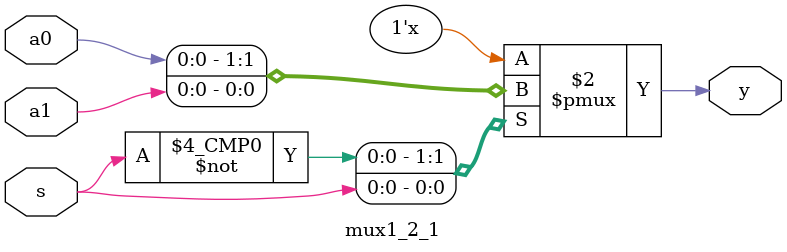
<source format=v>
`timescale 1ns / 1ps
module mux1_2_1(a0,a1,s,y
	);
	input a0,a1;
	input s;
	output y;
	
	reg y;
	always @ (*)
	begin
		case(s)
			1'b0: y=a0;
			1'b1: y=a1;
			default: y=1'bx; 
		endcase
	end
endmodule

</source>
